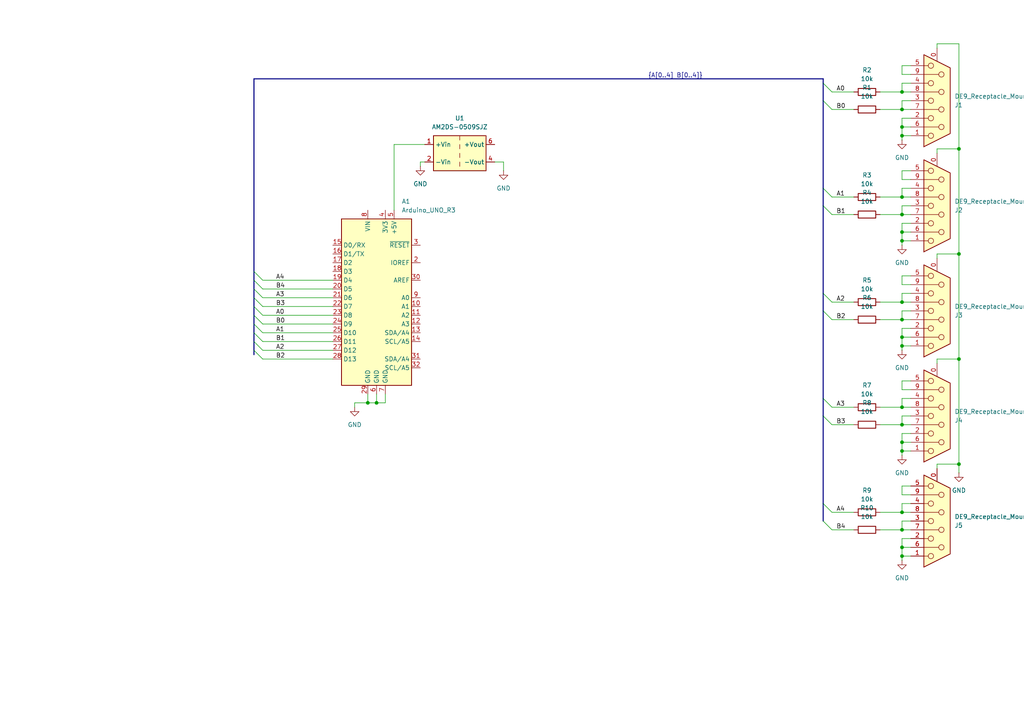
<source format=kicad_sch>
(kicad_sch (version 20231120) (generator "eeschema") (generator_version "8.0")
  (paper "A4")
  (lib_symbols
    (symbol "Connector:DE9_Receptacle_MountingHoles" (pin_names (offset 1.016) hide)
      (property "Reference" "J" (at 0 16.51 0))
      (property "Value" "DE9_Receptacle_MountingHoles" (at 0 14.605 0))
      (symbol "DE9_Receptacle_MountingHoles_0_1"
        (circle (center -1.778 -10.16) (radius 0.762))
        (circle (center -1.778 -5.08) (radius 0.762))
        (circle (center -1.778 0) (radius 0.762))
        (circle (center -1.778 5.08) (radius 0.762))
        (circle (center -1.778 10.16) (radius 0.762))
        (polyline (pts (xy -3.81 -10.16) (xy -2.54 -10.16)))
        (polyline (pts (xy -3.81 -7.62) (xy 0.508 -7.62)))
        (polyline (pts (xy -3.81 -5.08) (xy -2.54 -5.08)))
        (polyline (pts (xy -3.81 -2.54) (xy 0.508 -2.54)))
        (polyline (pts (xy -3.81 0) (xy -2.54 0)))
        (polyline (pts (xy -3.81 2.54) (xy 0.508 2.54)))
        (polyline (pts (xy -3.81 5.08) (xy -2.54 5.08)))
        (polyline (pts (xy -3.81 7.62) (xy 0.508 7.62)))
        (polyline (pts (xy -3.81 10.16) (xy -2.54 10.16)))
        (polyline (pts (xy -3.81 13.335) (xy -3.81 -13.335) (xy 3.81 -9.525) (xy 3.81 9.525) (xy -3.81 13.335)) (stroke (width 0.254)) (fill (type background)))
        (circle (center 1.27 -7.62) (radius 0.762))
        (circle (center 1.27 -2.54) (radius 0.762))
        (circle (center 1.27 2.54) (radius 0.762))
        (circle (center 1.27 7.62) (radius 0.762))
      )
      (symbol "DE9_Receptacle_MountingHoles_1_1"
        (pin passive line (at 0 -15.24 90) (length 3.81) (name "PAD") (number "0"))
        (pin passive line (at -7.62 10.16 0) (length 3.81) (name "1") (number "1"))
        (pin passive line (at -7.62 5.08 0) (length 3.81) (name "2") (number "2"))
        (pin passive line (at -7.62 0 0) (length 3.81) (name "3") (number "3"))
        (pin passive line (at -7.62 -5.08 0) (length 3.81) (name "4") (number "4"))
        (pin passive line (at -7.62 -10.16 0) (length 3.81) (name "5") (number "5"))
        (pin passive line (at -7.62 7.62 0) (length 3.81) (name "6") (number "6"))
        (pin passive line (at -7.62 2.54 0) (length 3.81) (name "7") (number "7"))
        (pin passive line (at -7.62 -2.54 0) (length 3.81) (name "8") (number "8"))
        (pin passive line (at -7.62 -7.62 0) (length 3.81) (name "9") (number "9"))
      )
    )
    (symbol "Converter_DCDC_2:AM2DS-0509SJZ"
      (property "Reference" "U" (at 0 7.874 0))
      (property "Value" "AM2DS-0509SJZ" (at 0 6.096 0))
      (symbol "AM2DS-0509SJZ_0_1"
        (rectangle (start -7.62 5.08) (end 7.62 -5.08) (stroke (width 0.254)) (fill (type background)))
        (polyline (pts (xy 0 -2.54) (xy 0 -3.81)))
        (polyline (pts (xy 0 0) (xy 0 -1.27)))
        (polyline (pts (xy 0 2.54) (xy 0 1.27)))
        (polyline (pts (xy 0 5.08) (xy 0 3.81)))
      )
      (symbol "AM2DS-0509SJZ_1_1"
        (pin power_in line (at -10.16 2.54 0) (length 2.54) (name "+Vin") (number "1"))
        (pin power_in line (at -10.16 -2.54 0) (length 2.54) (name "-Vin") (number "2"))
        (pin power_out line (at 10.16 -2.54 180) (length 2.54) (name "-Vout") (number "4"))
        (pin power_out line (at 10.16 2.54 180) (length 2.54) (name "+Vout") (number "6"))
      )
    )
    (symbol "Device:R" (pin_numbers hide) (pin_names (offset 0))
      (property "Reference" "R" (at 2.032 0 90))
      (property "Value" "R" (at 0 0 90))
      (symbol "R_0_1"
        (rectangle (start -1.016 -2.54) (end 1.016 2.54) (stroke (width 0.254)))
      )
      (symbol "R_1_1"
        (pin passive line (at 0 3.81 270) (length 1.27) (name "~") (number "1"))
        (pin passive line (at 0 -3.81 90) (length 1.27) (name "~") (number "2"))
      )
    )
    (symbol "MCU_Module:Arduino_UNO_R3"
      (property "Reference" "A" (at -10.16 23.495 0))
      (property "Value" "Arduino_UNO_R3" (at 5.08 -26.67 0))
      (symbol "Arduino_UNO_R3_0_1"
        (rectangle (start -10.16 22.86) (end 10.16 -25.4) (stroke (width 0.254)) (fill (type background)))
      )
      (symbol "Arduino_UNO_R3_1_1"
        (pin no_connect line (at -10.16 -20.32 0) (length 2.54) hide (name "NC") (number "1"))
        (pin bidirectional line (at 12.7 -2.54 180) (length 2.54) (name "A1") (number "10"))
        (pin bidirectional line (at 12.7 -5.08 180) (length 2.54) (name "A2") (number "11"))
        (pin bidirectional line (at 12.7 -7.62 180) (length 2.54) (name "A3") (number "12"))
        (pin bidirectional line (at 12.7 -10.16 180) (length 2.54) (name "SDA/A4") (number "13"))
        (pin bidirectional line (at 12.7 -12.7 180) (length 2.54) (name "SCL/A5") (number "14"))
        (pin bidirectional line (at -12.7 15.24 0) (length 2.54) (name "D0/RX") (number "15"))
        (pin bidirectional line (at -12.7 12.7 0) (length 2.54) (name "D1/TX") (number "16"))
        (pin bidirectional line (at -12.7 10.16 0) (length 2.54) (name "D2") (number "17"))
        (pin bidirectional line (at -12.7 7.62 0) (length 2.54) (name "D3") (number "18"))
        (pin bidirectional line (at -12.7 5.08 0) (length 2.54) (name "D4") (number "19"))
        (pin output line (at 12.7 10.16 180) (length 2.54) (name "IOREF") (number "2"))
        (pin bidirectional line (at -12.7 2.54 0) (length 2.54) (name "D5") (number "20"))
        (pin bidirectional line (at -12.7 0 0) (length 2.54) (name "D6") (number "21"))
        (pin bidirectional line (at -12.7 -2.54 0) (length 2.54) (name "D7") (number "22"))
        (pin bidirectional line (at -12.7 -5.08 0) (length 2.54) (name "D8") (number "23"))
        (pin bidirectional line (at -12.7 -7.62 0) (length 2.54) (name "D9") (number "24"))
        (pin bidirectional line (at -12.7 -10.16 0) (length 2.54) (name "D10") (number "25"))
        (pin bidirectional line (at -12.7 -12.7 0) (length 2.54) (name "D11") (number "26"))
        (pin bidirectional line (at -12.7 -15.24 0) (length 2.54) (name "D12") (number "27"))
        (pin bidirectional line (at -12.7 -17.78 0) (length 2.54) (name "D13") (number "28"))
        (pin power_in line (at -2.54 -27.94 90) (length 2.54) (name "GND") (number "29"))
        (pin input line (at 12.7 15.24 180) (length 2.54) (name "~{RESET}") (number "3"))
        (pin input line (at 12.7 5.08 180) (length 2.54) (name "AREF") (number "30"))
        (pin bidirectional line (at 12.7 -17.78 180) (length 2.54) (name "SDA/A4") (number "31"))
        (pin bidirectional line (at 12.7 -20.32 180) (length 2.54) (name "SCL/A5") (number "32"))
        (pin power_out line (at 2.54 25.4 270) (length 2.54) (name "3V3") (number "4"))
        (pin power_out line (at 5.08 25.4 270) (length 2.54) (name "+5V") (number "5"))
        (pin power_in line (at 0 -27.94 90) (length 2.54) (name "GND") (number "6"))
        (pin power_in line (at 2.54 -27.94 90) (length 2.54) (name "GND") (number "7"))
        (pin power_in line (at -2.54 25.4 270) (length 2.54) (name "VIN") (number "8"))
        (pin bidirectional line (at 12.7 0 180) (length 2.54) (name "A0") (number "9"))
      )
    )
    (symbol "power:GND" (power) (pin_numbers hide) (pin_names (offset 0) hide)
      (property "Value" "GND" (at 0 -3.81 0))
      (symbol "GND_0_1"
        (polyline (pts (xy 0 0) (xy 0 -1.27) (xy 1.27 -1.27) (xy 0 -2.54) (xy -1.27 -1.27) (xy 0 -1.27)))
      )
      (symbol "GND_1_1"
        (pin power_in line (at 0 0 270) (length 0) (name "~") (number "1"))
      )
    )
  )
  (junction (at 261.62 57.15))
  (junction (at 261.62 39.37))
  (junction (at 278.13 43.18))
  (junction (at 261.62 26.67))
  (junction (at 261.62 148.59))
  (junction (at 261.62 153.67))
  (junction (at 261.62 69.85))
  (junction (at 261.62 161.29))
  (junction (at 261.62 92.71))
  (junction (at 261.62 62.23))
  (junction (at 278.13 104.14))
  (junction (at 261.62 36.83))
  (junction (at 109.22 116.84))
  (junction (at 261.62 100.33))
  (junction (at 261.62 87.63))
  (junction (at 261.62 97.79))
  (junction (at 261.62 123.19))
  (junction (at 261.62 31.75))
  (junction (at 261.62 128.27))
  (junction (at 278.13 73.66))
  (junction (at 261.62 118.11))
  (junction (at 261.62 158.75))
  (junction (at 278.13 134.62))
  (junction (at 261.62 130.81))
  (junction (at 261.62 67.31))
  (junction (at 106.68 116.84))
  (bus_entry (at 238.76 59.69) (size 2.54 2.54))
  (bus_entry (at 73.66 93.98) (size 2.54 2.54))
  (bus_entry (at 73.66 88.9) (size 2.54 2.54))
  (bus_entry (at 238.76 90.17) (size 2.54 2.54))
  (bus_entry (at 238.76 29.21) (size 2.54 2.54))
  (bus_entry (at 238.76 85.09) (size 2.54 2.54))
  (bus_entry (at 73.66 99.06) (size 2.54 2.54))
  (bus_entry (at 238.76 24.13) (size 2.54 2.54))
  (bus_entry (at 73.66 83.82) (size 2.54 2.54))
  (bus_entry (at 73.66 86.36) (size 2.54 2.54))
  (bus_entry (at 238.76 54.61) (size 2.54 2.54))
  (bus_entry (at 73.66 96.52) (size 2.54 2.54))
  (bus_entry (at 73.66 91.44) (size 2.54 2.54))
  (bus_entry (at 238.76 120.65) (size 2.54 2.54))
  (bus_entry (at 238.76 115.57) (size 2.54 2.54))
  (bus_entry (at 73.66 101.6) (size 2.54 2.54))
  (bus_entry (at 238.76 146.05) (size 2.54 2.54))
  (bus_entry (at 73.66 81.28) (size 2.54 2.54))
  (bus_entry (at 73.66 78.74) (size 2.54 2.54))
  (bus_entry (at 238.76 151.13) (size 2.54 2.54))
  (wire (pts (xy 261.62 36.83) (xy 264.16 36.83)))
  (wire (pts (xy 264.16 153.67) (xy 261.62 153.67)))
  (wire (pts (xy 114.3 60.96) (xy 114.3 41.91)))
  (wire (pts (xy 264.16 57.15) (xy 261.62 57.15)))
  (wire (pts (xy 264.16 130.81) (xy 261.62 130.81)))
  (wire (pts (xy 261.62 125.73) (xy 261.62 128.27)))
  (wire (pts (xy 261.62 161.29) (xy 261.62 162.56)))
  (wire (pts (xy 76.2 93.98) (xy 96.52 93.98)))
  (wire (pts (xy 271.78 104.14) (xy 278.13 104.14)))
  (wire (pts (xy 241.3 26.67) (xy 247.65 26.67)))
  (bus (pts (xy 73.66 81.28) (xy 73.66 83.82)))
  (wire (pts (xy 241.3 62.23) (xy 247.65 62.23)))
  (wire (pts (xy 106.68 116.84) (xy 102.87 116.84)))
  (bus (pts (xy 73.66 96.52) (xy 73.66 99.06)))
  (wire (pts (xy 264.16 123.19) (xy 261.62 123.19)))
  (wire (pts (xy 264.16 156.21) (xy 261.62 156.21)))
  (bus (pts (xy 238.76 22.86) (xy 238.76 24.13)))
  (wire (pts (xy 261.62 82.55) (xy 261.62 80.01)))
  (wire (pts (xy 255.27 92.71) (xy 261.62 92.71)))
  (bus (pts (xy 238.76 146.05) (xy 238.76 151.13)))
  (wire (pts (xy 264.16 100.33) (xy 261.62 100.33)))
  (wire (pts (xy 271.78 12.7) (xy 271.78 13.97)))
  (bus (pts (xy 73.66 22.86) (xy 73.66 78.74)))
  (wire (pts (xy 76.2 88.9) (xy 96.52 88.9)))
  (wire (pts (xy 261.62 146.05) (xy 264.16 146.05)))
  (wire (pts (xy 261.62 120.65) (xy 264.16 120.65)))
  (bus (pts (xy 238.76 120.65) (xy 238.76 146.05)))
  (wire (pts (xy 264.16 52.07) (xy 261.62 52.07)))
  (wire (pts (xy 261.62 31.75) (xy 261.62 29.21)))
  (wire (pts (xy 271.78 135.89) (xy 271.78 134.62)))
  (wire (pts (xy 278.13 73.66) (xy 278.13 43.18)))
  (bus (pts (xy 73.66 101.6) (xy 73.66 102.87)))
  (wire (pts (xy 261.62 113.03) (xy 261.62 110.49)))
  (wire (pts (xy 261.62 146.05) (xy 261.62 148.59)))
  (wire (pts (xy 261.62 19.05) (xy 264.16 19.05)))
  (wire (pts (xy 255.27 148.59) (xy 261.62 148.59)))
  (wire (pts (xy 241.3 123.19) (xy 247.65 123.19)))
  (wire (pts (xy 76.2 86.36) (xy 96.52 86.36)))
  (wire (pts (xy 264.16 82.55) (xy 261.62 82.55)))
  (wire (pts (xy 121.92 48.26) (xy 121.92 46.99)))
  (wire (pts (xy 264.16 21.59) (xy 261.62 21.59)))
  (wire (pts (xy 278.13 43.18) (xy 278.13 12.7)))
  (wire (pts (xy 241.3 118.11) (xy 247.65 118.11)))
  (wire (pts (xy 261.62 49.53) (xy 264.16 49.53)))
  (wire (pts (xy 261.62 128.27) (xy 264.16 128.27)))
  (wire (pts (xy 241.3 153.67) (xy 247.65 153.67)))
  (wire (pts (xy 261.62 95.25) (xy 261.62 97.79)))
  (bus (pts (xy 73.66 93.98) (xy 73.66 96.52)))
  (wire (pts (xy 241.3 31.75) (xy 247.65 31.75)))
  (wire (pts (xy 264.16 143.51) (xy 261.62 143.51)))
  (wire (pts (xy 106.68 116.84) (xy 109.22 116.84)))
  (wire (pts (xy 261.62 128.27) (xy 261.62 130.81)))
  (wire (pts (xy 264.16 92.71) (xy 261.62 92.71)))
  (wire (pts (xy 261.62 29.21) (xy 264.16 29.21)))
  (wire (pts (xy 261.62 115.57) (xy 264.16 115.57)))
  (wire (pts (xy 261.62 158.75) (xy 264.16 158.75)))
  (wire (pts (xy 264.16 113.03) (xy 261.62 113.03)))
  (wire (pts (xy 278.13 134.62) (xy 278.13 104.14)))
  (wire (pts (xy 261.62 62.23) (xy 261.62 59.69)))
  (wire (pts (xy 261.62 54.61) (xy 261.62 57.15)))
  (wire (pts (xy 261.62 59.69) (xy 264.16 59.69)))
  (wire (pts (xy 261.62 67.31) (xy 264.16 67.31)))
  (wire (pts (xy 241.3 87.63) (xy 247.65 87.63)))
  (wire (pts (xy 255.27 62.23) (xy 261.62 62.23)))
  (wire (pts (xy 271.78 134.62) (xy 278.13 134.62)))
  (wire (pts (xy 278.13 12.7) (xy 271.78 12.7)))
  (wire (pts (xy 241.3 148.59) (xy 247.65 148.59)))
  (wire (pts (xy 264.16 161.29) (xy 261.62 161.29)))
  (bus (pts (xy 73.66 86.36) (xy 73.66 88.9)))
  (wire (pts (xy 76.2 104.14) (xy 96.52 104.14)))
  (wire (pts (xy 109.22 116.84) (xy 111.76 116.84)))
  (wire (pts (xy 255.27 123.19) (xy 261.62 123.19)))
  (wire (pts (xy 76.2 81.28) (xy 96.52 81.28)))
  (wire (pts (xy 261.62 115.57) (xy 261.62 118.11)))
  (wire (pts (xy 261.62 130.81) (xy 261.62 132.08)))
  (wire (pts (xy 261.62 156.21) (xy 261.62 158.75)))
  (wire (pts (xy 271.78 74.93) (xy 271.78 73.66)))
  (wire (pts (xy 261.62 24.13) (xy 261.62 26.67)))
  (wire (pts (xy 255.27 57.15) (xy 261.62 57.15)))
  (wire (pts (xy 261.62 97.79) (xy 261.62 100.33)))
  (wire (pts (xy 261.62 21.59) (xy 261.62 19.05)))
  (bus (pts (xy 238.76 54.61) (xy 238.76 59.69)))
  (wire (pts (xy 264.16 118.11) (xy 261.62 118.11)))
  (wire (pts (xy 76.2 83.82) (xy 96.52 83.82)))
  (wire (pts (xy 76.2 96.52) (xy 96.52 96.52)))
  (bus (pts (xy 73.66 78.74) (xy 73.66 81.28)))
  (wire (pts (xy 261.62 39.37) (xy 261.62 40.64)))
  (bus (pts (xy 238.76 29.21) (xy 238.76 54.61)))
  (wire (pts (xy 261.62 36.83) (xy 261.62 39.37)))
  (wire (pts (xy 271.78 44.45) (xy 271.78 43.18)))
  (wire (pts (xy 271.78 43.18) (xy 278.13 43.18)))
  (wire (pts (xy 264.16 62.23) (xy 261.62 62.23)))
  (wire (pts (xy 261.62 85.09) (xy 261.62 87.63)))
  (wire (pts (xy 255.27 26.67) (xy 261.62 26.67)))
  (wire (pts (xy 261.62 140.97) (xy 264.16 140.97)))
  (wire (pts (xy 278.13 134.62) (xy 278.13 137.16)))
  (wire (pts (xy 255.27 87.63) (xy 261.62 87.63)))
  (wire (pts (xy 264.16 87.63) (xy 261.62 87.63)))
  (wire (pts (xy 264.16 31.75) (xy 261.62 31.75)))
  (wire (pts (xy 261.62 110.49) (xy 264.16 110.49)))
  (bus (pts (xy 238.76 90.17) (xy 238.76 115.57)))
  (wire (pts (xy 109.22 114.3) (xy 109.22 116.84)))
  (wire (pts (xy 261.62 24.13) (xy 264.16 24.13)))
  (wire (pts (xy 261.62 34.29) (xy 261.62 36.83)))
  (bus (pts (xy 73.66 22.86) (xy 238.76 22.86)))
  (wire (pts (xy 264.16 64.77) (xy 261.62 64.77)))
  (bus (pts (xy 73.66 91.44) (xy 73.66 93.98)))
  (wire (pts (xy 111.76 114.3) (xy 111.76 116.84)))
  (bus (pts (xy 238.76 24.13) (xy 238.76 29.21)))
  (wire (pts (xy 261.62 69.85) (xy 261.62 71.12)))
  (wire (pts (xy 261.62 64.77) (xy 261.62 67.31)))
  (bus (pts (xy 73.66 99.06) (xy 73.66 101.6)))
  (wire (pts (xy 121.92 46.99) (xy 123.19 46.99)))
  (wire (pts (xy 261.62 52.07) (xy 261.62 49.53)))
  (wire (pts (xy 264.16 34.29) (xy 261.62 34.29)))
  (wire (pts (xy 261.62 85.09) (xy 264.16 85.09)))
  (bus (pts (xy 73.66 83.82) (xy 73.66 86.36)))
  (wire (pts (xy 261.62 54.61) (xy 264.16 54.61)))
  (wire (pts (xy 271.78 105.41) (xy 271.78 104.14)))
  (wire (pts (xy 76.2 101.6) (xy 96.52 101.6)))
  (wire (pts (xy 261.62 143.51) (xy 261.62 140.97)))
  (wire (pts (xy 76.2 91.44) (xy 96.52 91.44)))
  (wire (pts (xy 255.27 31.75) (xy 261.62 31.75)))
  (wire (pts (xy 146.05 49.53) (xy 146.05 46.99)))
  (wire (pts (xy 114.3 41.91) (xy 123.19 41.91)))
  (wire (pts (xy 264.16 125.73) (xy 261.62 125.73)))
  (wire (pts (xy 264.16 148.59) (xy 261.62 148.59)))
  (wire (pts (xy 261.62 90.17) (xy 264.16 90.17)))
  (wire (pts (xy 143.51 46.99) (xy 146.05 46.99)))
  (wire (pts (xy 261.62 123.19) (xy 261.62 120.65)))
  (bus (pts (xy 238.76 115.57) (xy 238.76 120.65)))
  (wire (pts (xy 261.62 158.75) (xy 261.62 161.29)))
  (wire (pts (xy 106.68 114.3) (xy 106.68 116.84)))
  (bus (pts (xy 238.76 85.09) (xy 238.76 90.17)))
  (wire (pts (xy 261.62 92.71) (xy 261.62 90.17)))
  (wire (pts (xy 255.27 153.67) (xy 261.62 153.67)))
  (wire (pts (xy 261.62 151.13) (xy 264.16 151.13)))
  (bus (pts (xy 238.76 59.69) (xy 238.76 85.09)))
  (wire (pts (xy 241.3 92.71) (xy 247.65 92.71)))
  (wire (pts (xy 261.62 67.31) (xy 261.62 69.85)))
  (wire (pts (xy 264.16 95.25) (xy 261.62 95.25)))
  (wire (pts (xy 261.62 80.01) (xy 264.16 80.01)))
  (wire (pts (xy 261.62 100.33) (xy 261.62 101.6)))
  (wire (pts (xy 271.78 73.66) (xy 278.13 73.66)))
  (wire (pts (xy 76.2 99.06) (xy 96.52 99.06)))
  (wire (pts (xy 102.87 116.84) (xy 102.87 118.11)))
  (wire (pts (xy 241.3 57.15) (xy 247.65 57.15)))
  (wire (pts (xy 261.62 97.79) (xy 264.16 97.79)))
  (wire (pts (xy 255.27 118.11) (xy 261.62 118.11)))
  (wire (pts (xy 264.16 39.37) (xy 261.62 39.37)))
  (wire (pts (xy 278.13 104.14) (xy 278.13 73.66)))
  (wire (pts (xy 261.62 151.13) (xy 261.62 153.67)))
  (bus (pts (xy 73.66 88.9) (xy 73.66 91.44)))
  (wire (pts (xy 264.16 69.85) (xy 261.62 69.85)))
  (wire (pts (xy 264.16 26.67) (xy 261.62 26.67)))
  (label "B1" (at 80.01 99.06 0))
  (label "A3" (at 242.57 118.11 0))
  (label "B2" (at 80.01 104.14 0))
  (label "A2" (at 242.57 87.63 0))
  (label "{A[0..4] B[0..4]}" (at 187.96 22.86 0))
  (label "A4" (at 80.01 81.28 0))
  (label "A2" (at 80.01 101.6 0))
  (label "B2" (at 242.57 92.71 0))
  (label "B0" (at 242.57 31.75 0))
  (label "A1" (at 80.01 96.52 0))
  (label "B3" (at 80.01 88.9 0))
  (label "A1" (at 242.57 57.15 0))
  (label "B3" (at 242.57 123.19 0))
  (label "A0" (at 80.01 91.44 0))
  (label "A0" (at 242.57 26.67 0))
  (label "B1" (at 242.57 62.23 0))
  (label "A4" (at 242.57 148.59 0))
  (label "A3" (at 80.01 86.36 0))
  (label "B4" (at 242.57 153.67 0))
  (label "B4" (at 80.01 83.82 0))
  (label "B0" (at 80.01 93.98 0))
  (symbol (lib_id "power:GND") (at 261.62 40.64 0) (unit 1)
    (property "Reference" "#PWR06" (effects (hide yes)))
    (property "Value" "GND" (at 261.62 45.72 0))
    (property "Description" "Power symbol creates a global label with name \"GND\" , ground" (effects (hide yes)))
  )
  (symbol (lib_id "power:GND") (at 261.62 71.12 0) (unit 1)
    (property "Reference" "#PWR05" (effects (hide yes)))
    (property "Value" "GND" (at 261.62 76.2 0))
    (property "Description" "Power symbol creates a global label with name \"GND\" , ground" (effects (hide yes)))
  )
  (symbol (lib_id "Device:R") (at 251.46 148.59 90) (unit 1)
    (property "Reference" "R9" (at 251.46 142.24 90))
    (property "Value" "10k" (at 251.46 144.78 90))
    (property "Footprint" "Resistor_SMD:R_0805_2012Metric" (effects (hide yes)))
    (property "Datasheet" "https://cdn-reichelt.de/documents/datenblatt/B400/SMD-1206_SMD-0805_SMD-0603%23YAG.pdf" (effects (hide yes)))
    (property "Description" "Resistor" (effects (hide yes)))
    (property "Reichelt.de" "SMD-0805 10,0K" (effects (hide yes)))
  )
  (symbol (lib_id "Connector:DE9_Receptacle_MountingHoles") (at 271.78 29.21 0) (mirror x) (unit 1)
    (property "Reference" "J1" (at 276.86 30.4801 0) (effects (justify left)))
    (property "Value" "DE9_Receptacle_MountingHoles" (at 276.86 27.9401 0) (effects (justify left)))
    (property "Description" "9-pin female receptacle socket D-SUB connector, Mounting Hole" (effects (hide yes)))
  )
  (symbol (lib_id "Device:R") (at 251.46 153.67 90) (unit 1)
    (property "Reference" "R10" (at 251.46 147.32 90))
    (property "Value" "10k" (at 251.46 149.86 90))
    (property "Footprint" "Resistor_SMD:R_0805_2012Metric" (effects (hide yes)))
    (property "Datasheet" "https://cdn-reichelt.de/documents/datenblatt/B400/SMD-1206_SMD-0805_SMD-0603%23YAG.pdf" (effects (hide yes)))
    (property "Description" "Resistor" (effects (hide yes)))
    (property "Reichelt.de" "SMD-0805 10,0K" (effects (hide yes)))
  )
  (symbol (lib_id "power:GND") (at 278.13 137.16 0) (unit 1)
    (property "Reference" "#PWR07" (effects (hide yes)))
    (property "Value" "GND" (at 278.13 142.24 0))
    (property "Description" "Power symbol creates a global label with name \"GND\" , ground" (effects (hide yes)))
  )
  (symbol (lib_id "Device:R") (at 251.46 118.11 90) (unit 1)
    (property "Reference" "R7" (at 251.46 111.76 90))
    (property "Value" "10k" (at 251.46 114.3 90))
    (property "Footprint" "Resistor_SMD:R_0805_2012Metric" (effects (hide yes)))
    (property "Datasheet" "https://cdn-reichelt.de/documents/datenblatt/B400/SMD-1206_SMD-0805_SMD-0603%23YAG.pdf" (effects (hide yes)))
    (property "Description" "Resistor" (effects (hide yes)))
    (property "Reichelt.de" "SMD-0805 10,0K" (effects (hide yes)))
  )
  (symbol (lib_id "Device:R") (at 251.46 26.67 90) (unit 1)
    (property "Reference" "R2" (at 251.46 20.32 90))
    (property "Value" "10k" (at 251.46 22.86 90))
    (property "Footprint" "Resistor_SMD:R_0805_2012Metric" (effects (hide yes)))
    (property "Datasheet" "https://cdn-reichelt.de/documents/datenblatt/B400/SMD-1206_SMD-0805_SMD-0603%23YAG.pdf" (effects (hide yes)))
    (property "Description" "Resistor" (effects (hide yes)))
    (property "Reichelt.de" "SMD-0805 10,0K" (effects (hide yes)))
  )
  (symbol (lib_id "power:GND") (at 261.62 101.6 0) (unit 1)
    (property "Reference" "#PWR04" (effects (hide yes)))
    (property "Value" "GND" (at 261.62 106.68 0))
    (property "Description" "Power symbol creates a global label with name \"GND\" , ground" (effects (hide yes)))
  )
  (symbol (lib_id "power:GND") (at 146.05 49.53 0) (unit 1)
    (property "Reference" "#PWR09" (effects (hide yes)))
    (property "Value" "GND" (at 146.05 54.61 0))
    (property "Description" "Power symbol creates a global label with name \"GND\" , ground" (effects (hide yes)))
  )
  (symbol (lib_id "Connector:DE9_Receptacle_MountingHoles") (at 271.78 90.17 0) (mirror x) (unit 1)
    (property "Reference" "J3" (at 276.86 91.4401 0) (effects (justify left)))
    (property "Value" "DE9_Receptacle_MountingHoles" (at 276.86 88.9001 0) (effects (justify left)))
    (property "Description" "9-pin female receptacle socket D-SUB connector, Mounting Hole" (effects (hide yes)))
  )
  (symbol (lib_id "MCU_Module:Arduino_UNO_R3") (at 109.22 86.36 0) (unit 1)
    (property "Reference" "A1" (at 116.4941 58.42 0) (effects (justify left)))
    (property "Value" "Arduino_UNO_R3" (at 116.4941 60.96 0) (effects (justify left)))
    (property "Footprint" "Module:Arduino_UNO_R3" (effects (hide yes)))
    (property "Datasheet" "https://www.arduino.cc/en/Main/arduinoBoardUno" (effects (hide yes)))
    (property "Description" "Arduino UNO Microcontroller Module, release 3" (effects (hide yes)))
  )
  (symbol (lib_id "Device:R") (at 251.46 123.19 90) (unit 1)
    (property "Reference" "R8" (at 251.46 116.84 90))
    (property "Value" "10k" (at 251.46 119.38 90))
    (property "Footprint" "Resistor_SMD:R_0805_2012Metric" (effects (hide yes)))
    (property "Datasheet" "https://cdn-reichelt.de/documents/datenblatt/B400/SMD-1206_SMD-0805_SMD-0603%23YAG.pdf" (effects (hide yes)))
    (property "Description" "Resistor" (effects (hide yes)))
    (property "Reichelt.de" "SMD-0805 10,0K" (effects (hide yes)))
  )
  (symbol (lib_id "power:GND") (at 121.92 48.26 0) (unit 1)
    (property "Reference" "#PWR08" (effects (hide yes)))
    (property "Value" "GND" (at 121.92 53.34 0))
    (property "Description" "Power symbol creates a global label with name \"GND\" , ground" (effects (hide yes)))
  )
  (symbol (lib_id "Device:R") (at 251.46 31.75 90) (unit 1)
    (property "Reference" "R1" (at 251.46 25.4 90))
    (property "Value" "10k" (at 251.46 27.94 90))
    (property "Footprint" "Resistor_SMD:R_0805_2012Metric" (effects (hide yes)))
    (property "Datasheet" "https://cdn-reichelt.de/documents/datenblatt/B400/SMD-1206_SMD-0805_SMD-0603%23YAG.pdf" (effects (hide yes)))
    (property "Description" "Resistor" (effects (hide yes)))
    (property "Reichelt.de" "SMD-0805 10,0K" (effects (hide yes)))
  )
  (symbol (lib_id "Device:R") (at 251.46 62.23 90) (unit 1)
    (property "Reference" "R4" (at 251.46 55.88 90))
    (property "Value" "10k" (at 251.46 58.42 90))
    (property "Footprint" "Resistor_SMD:R_0805_2012Metric" (effects (hide yes)))
    (property "Datasheet" "https://cdn-reichelt.de/documents/datenblatt/B400/SMD-1206_SMD-0805_SMD-0603%23YAG.pdf" (effects (hide yes)))
    (property "Description" "Resistor" (effects (hide yes)))
    (property "Reichelt.de" "SMD-0805 10,0K" (effects (hide yes)))
  )
  (symbol (lib_id "power:GND") (at 102.87 118.11 0) (unit 1)
    (property "Reference" "#PWR01" (effects (hide yes)))
    (property "Value" "GND" (at 102.87 123.19 0))
    (property "Description" "Power symbol creates a global label with name \"GND\" , ground" (effects (hide yes)))
  )
  (symbol (lib_id "Connector:DE9_Receptacle_MountingHoles") (at 271.78 120.65 0) (mirror x) (unit 1)
    (property "Reference" "J4" (at 276.86 121.9201 0) (effects (justify left)))
    (property "Value" "DE9_Receptacle_MountingHoles" (at 276.86 119.3801 0) (effects (justify left)))
    (property "Description" "9-pin female receptacle socket D-SUB connector, Mounting Hole" (effects (hide yes)))
  )
  (symbol (lib_id "Connector:DE9_Receptacle_MountingHoles") (at 271.78 59.69 0) (mirror x) (unit 1)
    (property "Reference" "J2" (at 276.86 60.9601 0) (effects (justify left)))
    (property "Value" "DE9_Receptacle_MountingHoles" (at 276.86 58.4201 0) (effects (justify left)))
    (property "Description" "9-pin female receptacle socket D-SUB connector, Mounting Hole" (effects (hide yes)))
  )
  (symbol (lib_id "Connector:DE9_Receptacle_MountingHoles") (at 271.78 151.13 0) (mirror x) (unit 1)
    (property "Reference" "J5" (at 276.86 152.4001 0) (effects (justify left)))
    (property "Value" "DE9_Receptacle_MountingHoles" (at 276.86 149.8601 0) (effects (justify left)))
    (property "Description" "9-pin female receptacle socket D-SUB connector, Mounting Hole" (effects (hide yes)))
  )
  (symbol (lib_id "power:GND") (at 261.62 162.56 0) (unit 1)
    (property "Reference" "#PWR03" (effects (hide yes)))
    (property "Value" "GND" (at 261.62 167.64 0))
    (property "Description" "Power symbol creates a global label with name \"GND\" , ground" (effects (hide yes)))
  )
  (symbol (lib_id "power:GND") (at 261.62 132.08 0) (unit 1)
    (property "Reference" "#PWR02" (effects (hide yes)))
    (property "Value" "GND" (at 261.62 137.16 0))
    (property "Description" "Power symbol creates a global label with name \"GND\" , ground" (effects (hide yes)))
  )
  (symbol (lib_id "Converter_DCDC_2:AM2DS-0509SJZ") (at 133.35 44.45 0) (unit 1)
    (property "Reference" "U1" (at 133.35 34.29 0))
    (property "Value" "AM2DS-0509SJZ" (at 133.35 36.83 0))
    (property "Footprint" "Converter_DCDC_2:Converter_DCDC_Aimtec_AM2DS-xxxxSJZ_Single_THT" (effects (hide yes)))
    (property "Datasheet" "https://www.tracopower.com/products/tma.pdf" (effects (hide yes)))
    (property "Description" "2W DC/DC converter unregulated, 4.5-5.5V input, 9V fixed output voltage, 222mA output, 1.5kVDC isolation, SIP-7" (effects (hide yes)))
  )
  (symbol (lib_id "Device:R") (at 251.46 87.63 90) (unit 1)
    (property "Reference" "R5" (at 251.46 81.28 90))
    (property "Value" "10k" (at 251.46 83.82 90))
    (property "Footprint" "Resistor_SMD:R_0805_2012Metric" (effects (hide yes)))
    (property "Datasheet" "https://cdn-reichelt.de/documents/datenblatt/B400/SMD-1206_SMD-0805_SMD-0603%23YAG.pdf" (effects (hide yes)))
    (property "Description" "Resistor" (effects (hide yes)))
    (property "Reichelt.de" "SMD-0805 10,0K" (effects (hide yes)))
  )
  (symbol (lib_id "Device:R") (at 251.46 92.71 90) (unit 1)
    (property "Reference" "R6" (at 251.46 86.36 90))
    (property "Value" "10k" (at 251.46 88.9 90))
    (property "Footprint" "Resistor_SMD:R_0805_2012Metric" (effects (hide yes)))
    (property "Datasheet" "https://cdn-reichelt.de/documents/datenblatt/B400/SMD-1206_SMD-0805_SMD-0603%23YAG.pdf" (effects (hide yes)))
    (property "Description" "Resistor" (effects (hide yes)))
    (property "Reichelt.de" "SMD-0805 10,0K" (effects (hide yes)))
  )
  (symbol (lib_id "Device:R") (at 251.46 57.15 90) (unit 1)
    (property "Reference" "R3" (at 251.46 50.8 90))
    (property "Value" "10k" (at 251.46 53.34 90))
    (property "Footprint" "Resistor_SMD:R_0805_2012Metric" (effects (hide yes)))
    (property "Datasheet" "https://cdn-reichelt.de/documents/datenblatt/B400/SMD-1206_SMD-0805_SMD-0603%23YAG.pdf" (effects (hide yes)))
    (property "Description" "Resistor" (effects (hide yes)))
    (property "Reichelt.de" "SMD-0805 10,0K" (effects (hide yes)))
  )
)
</source>
